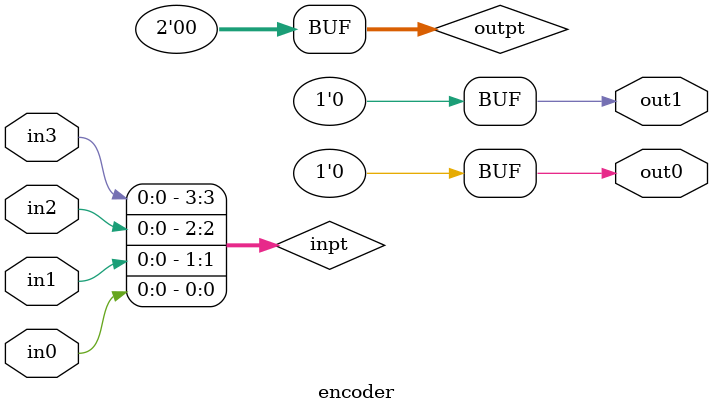
<source format=v>
`timescale 1ns / 1ps


module encoder(
    input in0,
    input in1,
    input in2,
    input in3,
    output out0,
    output out1
    );
    
    reg [1:0] outpt;
       reg [3:0] inpt;
        always @*
        begin
        inpt[0]<=in0;
        inpt[1]<=in1;
        inpt[2]<=in2;
        inpt[3]<=in3;
        casex (inpt)
        4'b0001:outpt = 2'b00;
        4'b001x:outpt = 2'b01;
        4'b01xx:outpt = 2'b10;
        4'b1xxx:outpt = 2'b11;
        default:outpt = 0;
        endcase
        end
        assign out0=outpt[0];
        assign out1=outpt[1];

endmodule

</source>
